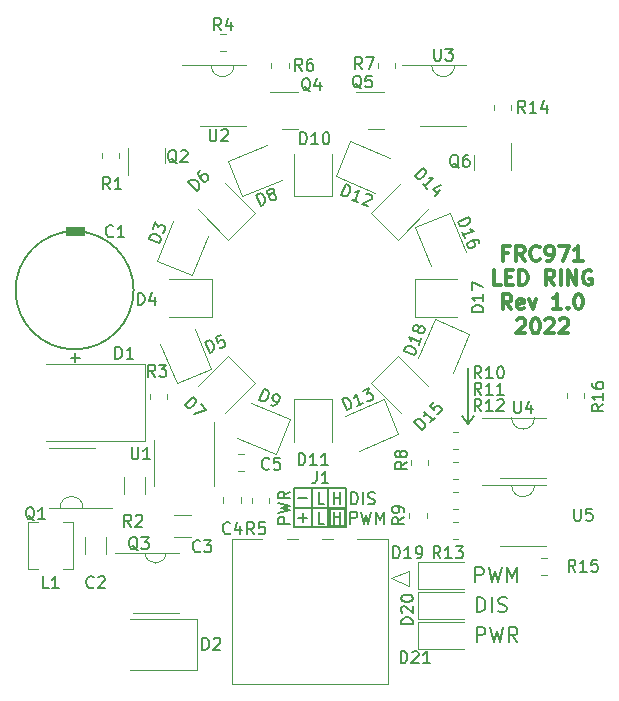
<source format=gbr>
%TF.GenerationSoftware,KiCad,Pcbnew,6.0.1-79c1e3a40b~116~ubuntu20.04.1*%
%TF.CreationDate,2022-01-23T15:23:12-08:00*%
%TF.ProjectId,led-ring-driver,6c65642d-7269-46e6-972d-647269766572,rev?*%
%TF.SameCoordinates,Original*%
%TF.FileFunction,Legend,Top*%
%TF.FilePolarity,Positive*%
%FSLAX46Y46*%
G04 Gerber Fmt 4.6, Leading zero omitted, Abs format (unit mm)*
G04 Created by KiCad (PCBNEW 6.0.1-79c1e3a40b~116~ubuntu20.04.1) date 2022-01-23 15:23:12*
%MOMM*%
%LPD*%
G01*
G04 APERTURE LIST*
%ADD10C,0.150000*%
%ADD11C,0.300000*%
%ADD12C,0.120000*%
%ADD13C,0.127000*%
G04 APERTURE END LIST*
D10*
X151638000Y-105029000D02*
X151638000Y-108331000D01*
X153035000Y-105029000D02*
X153035000Y-108331000D01*
X164846000Y-99568000D02*
X164338000Y-98933000D01*
X153162000Y-106807000D02*
X154432000Y-106807000D01*
X154432000Y-106807000D02*
X154432000Y-108204000D01*
X154432000Y-108204000D02*
X153162000Y-108204000D01*
X153162000Y-108204000D02*
X153162000Y-106807000D01*
X164846000Y-99568000D02*
X165354000Y-98933000D01*
X164846000Y-94869000D02*
X164846000Y-99568000D01*
X150114000Y-106680000D02*
X154559000Y-106680000D01*
X150114000Y-105029000D02*
X154559000Y-105029000D01*
X154559000Y-105029000D02*
X154559000Y-108331000D01*
X154559000Y-108331000D02*
X150114000Y-108331000D01*
X150114000Y-108331000D02*
X150114000Y-105029000D01*
D11*
X168293142Y-85107235D02*
X167869809Y-85107235D01*
X167869809Y-85772473D02*
X167869809Y-84502473D01*
X168474571Y-84502473D01*
X169684095Y-85772473D02*
X169260761Y-85167711D01*
X168958380Y-85772473D02*
X168958380Y-84502473D01*
X169442190Y-84502473D01*
X169563142Y-84562950D01*
X169623619Y-84623426D01*
X169684095Y-84744378D01*
X169684095Y-84925807D01*
X169623619Y-85046759D01*
X169563142Y-85107235D01*
X169442190Y-85167711D01*
X168958380Y-85167711D01*
X170954095Y-85651521D02*
X170893619Y-85711997D01*
X170712190Y-85772473D01*
X170591238Y-85772473D01*
X170409809Y-85711997D01*
X170288857Y-85591045D01*
X170228380Y-85470092D01*
X170167904Y-85228188D01*
X170167904Y-85046759D01*
X170228380Y-84804854D01*
X170288857Y-84683902D01*
X170409809Y-84562950D01*
X170591238Y-84502473D01*
X170712190Y-84502473D01*
X170893619Y-84562950D01*
X170954095Y-84623426D01*
X171558857Y-85772473D02*
X171800761Y-85772473D01*
X171921714Y-85711997D01*
X171982190Y-85651521D01*
X172103142Y-85470092D01*
X172163619Y-85228188D01*
X172163619Y-84744378D01*
X172103142Y-84623426D01*
X172042666Y-84562950D01*
X171921714Y-84502473D01*
X171679809Y-84502473D01*
X171558857Y-84562950D01*
X171498380Y-84623426D01*
X171437904Y-84744378D01*
X171437904Y-85046759D01*
X171498380Y-85167711D01*
X171558857Y-85228188D01*
X171679809Y-85288664D01*
X171921714Y-85288664D01*
X172042666Y-85228188D01*
X172103142Y-85167711D01*
X172163619Y-85046759D01*
X172586952Y-84502473D02*
X173433619Y-84502473D01*
X172889333Y-85772473D01*
X174582666Y-85772473D02*
X173856952Y-85772473D01*
X174219809Y-85772473D02*
X174219809Y-84502473D01*
X174098857Y-84683902D01*
X173977904Y-84804854D01*
X173856952Y-84865330D01*
X167658142Y-87817173D02*
X167053380Y-87817173D01*
X167053380Y-86547173D01*
X168081476Y-87151935D02*
X168504809Y-87151935D01*
X168686238Y-87817173D02*
X168081476Y-87817173D01*
X168081476Y-86547173D01*
X168686238Y-86547173D01*
X169230523Y-87817173D02*
X169230523Y-86547173D01*
X169532904Y-86547173D01*
X169714333Y-86607650D01*
X169835285Y-86728602D01*
X169895761Y-86849554D01*
X169956238Y-87091459D01*
X169956238Y-87272888D01*
X169895761Y-87514792D01*
X169835285Y-87635745D01*
X169714333Y-87756697D01*
X169532904Y-87817173D01*
X169230523Y-87817173D01*
X172193857Y-87817173D02*
X171770523Y-87212411D01*
X171468142Y-87817173D02*
X171468142Y-86547173D01*
X171951952Y-86547173D01*
X172072904Y-86607650D01*
X172133380Y-86668126D01*
X172193857Y-86789078D01*
X172193857Y-86970507D01*
X172133380Y-87091459D01*
X172072904Y-87151935D01*
X171951952Y-87212411D01*
X171468142Y-87212411D01*
X172738142Y-87817173D02*
X172738142Y-86547173D01*
X173342904Y-87817173D02*
X173342904Y-86547173D01*
X174068619Y-87817173D01*
X174068619Y-86547173D01*
X175338619Y-86607650D02*
X175217666Y-86547173D01*
X175036238Y-86547173D01*
X174854809Y-86607650D01*
X174733857Y-86728602D01*
X174673380Y-86849554D01*
X174612904Y-87091459D01*
X174612904Y-87272888D01*
X174673380Y-87514792D01*
X174733857Y-87635745D01*
X174854809Y-87756697D01*
X175036238Y-87817173D01*
X175157190Y-87817173D01*
X175338619Y-87756697D01*
X175399095Y-87696221D01*
X175399095Y-87272888D01*
X175157190Y-87272888D01*
X168565285Y-89861873D02*
X168141952Y-89257111D01*
X167839571Y-89861873D02*
X167839571Y-88591873D01*
X168323380Y-88591873D01*
X168444333Y-88652350D01*
X168504809Y-88712826D01*
X168565285Y-88833778D01*
X168565285Y-89015207D01*
X168504809Y-89136159D01*
X168444333Y-89196635D01*
X168323380Y-89257111D01*
X167839571Y-89257111D01*
X169593380Y-89801397D02*
X169472428Y-89861873D01*
X169230523Y-89861873D01*
X169109571Y-89801397D01*
X169049095Y-89680445D01*
X169049095Y-89196635D01*
X169109571Y-89075683D01*
X169230523Y-89015207D01*
X169472428Y-89015207D01*
X169593380Y-89075683D01*
X169653857Y-89196635D01*
X169653857Y-89317588D01*
X169049095Y-89438540D01*
X170077190Y-89015207D02*
X170379571Y-89861873D01*
X170681952Y-89015207D01*
X172798619Y-89861873D02*
X172072904Y-89861873D01*
X172435761Y-89861873D02*
X172435761Y-88591873D01*
X172314809Y-88773302D01*
X172193857Y-88894254D01*
X172072904Y-88954730D01*
X173342904Y-89740921D02*
X173403380Y-89801397D01*
X173342904Y-89861873D01*
X173282428Y-89801397D01*
X173342904Y-89740921D01*
X173342904Y-89861873D01*
X174189571Y-88591873D02*
X174310523Y-88591873D01*
X174431476Y-88652350D01*
X174491952Y-88712826D01*
X174552428Y-88833778D01*
X174612904Y-89075683D01*
X174612904Y-89378064D01*
X174552428Y-89619969D01*
X174491952Y-89740921D01*
X174431476Y-89801397D01*
X174310523Y-89861873D01*
X174189571Y-89861873D01*
X174068619Y-89801397D01*
X174008142Y-89740921D01*
X173947666Y-89619969D01*
X173887190Y-89378064D01*
X173887190Y-89075683D01*
X173947666Y-88833778D01*
X174008142Y-88712826D01*
X174068619Y-88652350D01*
X174189571Y-88591873D01*
X169018857Y-90757526D02*
X169079333Y-90697050D01*
X169200285Y-90636573D01*
X169502666Y-90636573D01*
X169623619Y-90697050D01*
X169684095Y-90757526D01*
X169744571Y-90878478D01*
X169744571Y-90999430D01*
X169684095Y-91180859D01*
X168958380Y-91906573D01*
X169744571Y-91906573D01*
X170530761Y-90636573D02*
X170651714Y-90636573D01*
X170772666Y-90697050D01*
X170833142Y-90757526D01*
X170893619Y-90878478D01*
X170954095Y-91120383D01*
X170954095Y-91422764D01*
X170893619Y-91664669D01*
X170833142Y-91785621D01*
X170772666Y-91846097D01*
X170651714Y-91906573D01*
X170530761Y-91906573D01*
X170409809Y-91846097D01*
X170349333Y-91785621D01*
X170288857Y-91664669D01*
X170228380Y-91422764D01*
X170228380Y-91120383D01*
X170288857Y-90878478D01*
X170349333Y-90757526D01*
X170409809Y-90697050D01*
X170530761Y-90636573D01*
X171437904Y-90757526D02*
X171498380Y-90697050D01*
X171619333Y-90636573D01*
X171921714Y-90636573D01*
X172042666Y-90697050D01*
X172103142Y-90757526D01*
X172163619Y-90878478D01*
X172163619Y-90999430D01*
X172103142Y-91180859D01*
X171377428Y-91906573D01*
X172163619Y-91906573D01*
X172647428Y-90757526D02*
X172707904Y-90697050D01*
X172828857Y-90636573D01*
X173131238Y-90636573D01*
X173252190Y-90697050D01*
X173312666Y-90757526D01*
X173373142Y-90878478D01*
X173373142Y-90999430D01*
X173312666Y-91180859D01*
X172586952Y-91906573D01*
X173373142Y-91906573D01*
D10*
X153511285Y-108021380D02*
X153511285Y-107021380D01*
X153511285Y-107497571D02*
X154082714Y-107497571D01*
X154082714Y-108021380D02*
X154082714Y-107021380D01*
X154979809Y-106370380D02*
X154979809Y-105370380D01*
X155217904Y-105370380D01*
X155360761Y-105418000D01*
X155456000Y-105513238D01*
X155503619Y-105608476D01*
X155551238Y-105798952D01*
X155551238Y-105941809D01*
X155503619Y-106132285D01*
X155456000Y-106227523D01*
X155360761Y-106322761D01*
X155217904Y-106370380D01*
X154979809Y-106370380D01*
X155979809Y-106370380D02*
X155979809Y-105370380D01*
X156408380Y-106322761D02*
X156551238Y-106370380D01*
X156789333Y-106370380D01*
X156884571Y-106322761D01*
X156932190Y-106275142D01*
X156979809Y-106179904D01*
X156979809Y-106084666D01*
X156932190Y-105989428D01*
X156884571Y-105941809D01*
X156789333Y-105894190D01*
X156598857Y-105846571D01*
X156503619Y-105798952D01*
X156456000Y-105751333D01*
X156408380Y-105656095D01*
X156408380Y-105560857D01*
X156456000Y-105465619D01*
X156503619Y-105418000D01*
X156598857Y-105370380D01*
X156836952Y-105370380D01*
X156979809Y-105418000D01*
X154932238Y-108021380D02*
X154932238Y-107021380D01*
X155313190Y-107021380D01*
X155408428Y-107069000D01*
X155456047Y-107116619D01*
X155503666Y-107211857D01*
X155503666Y-107354714D01*
X155456047Y-107449952D01*
X155408428Y-107497571D01*
X155313190Y-107545190D01*
X154932238Y-107545190D01*
X155837000Y-107021380D02*
X156075095Y-108021380D01*
X156265571Y-107307095D01*
X156456047Y-108021380D01*
X156694142Y-107021380D01*
X157075095Y-108021380D02*
X157075095Y-107021380D01*
X157408428Y-107735666D01*
X157741761Y-107021380D01*
X157741761Y-108021380D01*
X150495047Y-107513428D02*
X151256952Y-107513428D01*
X150876000Y-107894380D02*
X150876000Y-107132476D01*
X152709523Y-106370380D02*
X152233333Y-106370380D01*
X152233333Y-105370380D01*
X150495047Y-105862428D02*
X151256952Y-105862428D01*
X152709523Y-108021380D02*
X152233333Y-108021380D01*
X152233333Y-107021380D01*
X153511285Y-106370380D02*
X153511285Y-105370380D01*
X153511285Y-105846571D02*
X154082714Y-105846571D01*
X154082714Y-106370380D02*
X154082714Y-105370380D01*
X149804380Y-108013333D02*
X148804380Y-108013333D01*
X148804380Y-107632380D01*
X148852000Y-107537142D01*
X148899619Y-107489523D01*
X148994857Y-107441904D01*
X149137714Y-107441904D01*
X149232952Y-107489523D01*
X149280571Y-107537142D01*
X149328190Y-107632380D01*
X149328190Y-108013333D01*
X148804380Y-107108571D02*
X149804380Y-106870476D01*
X149090095Y-106680000D01*
X149804380Y-106489523D01*
X148804380Y-106251428D01*
X149804380Y-105299047D02*
X149328190Y-105632380D01*
X149804380Y-105870476D02*
X148804380Y-105870476D01*
X148804380Y-105489523D01*
X148852000Y-105394285D01*
X148899619Y-105346666D01*
X148994857Y-105299047D01*
X149137714Y-105299047D01*
X149232952Y-105346666D01*
X149280571Y-105394285D01*
X149328190Y-105489523D01*
X149328190Y-105870476D01*
%TO.C,R13*%
X162552142Y-110942380D02*
X162218809Y-110466190D01*
X161980714Y-110942380D02*
X161980714Y-109942380D01*
X162361666Y-109942380D01*
X162456904Y-109990000D01*
X162504523Y-110037619D01*
X162552142Y-110132857D01*
X162552142Y-110275714D01*
X162504523Y-110370952D01*
X162456904Y-110418571D01*
X162361666Y-110466190D01*
X161980714Y-110466190D01*
X163504523Y-110942380D02*
X162933095Y-110942380D01*
X163218809Y-110942380D02*
X163218809Y-109942380D01*
X163123571Y-110085238D01*
X163028333Y-110180476D01*
X162933095Y-110228095D01*
X163837857Y-109942380D02*
X164456904Y-109942380D01*
X164123571Y-110323333D01*
X164266428Y-110323333D01*
X164361666Y-110370952D01*
X164409285Y-110418571D01*
X164456904Y-110513809D01*
X164456904Y-110751904D01*
X164409285Y-110847142D01*
X164361666Y-110894761D01*
X164266428Y-110942380D01*
X163980714Y-110942380D01*
X163885476Y-110894761D01*
X163837857Y-110847142D01*
%TO.C,D16*%
X164021685Y-82460825D02*
X164945565Y-82078142D01*
X165036680Y-82298113D01*
X165047354Y-82448319D01*
X164995812Y-82572754D01*
X164926046Y-82653194D01*
X164768292Y-82770080D01*
X164636310Y-82824749D01*
X164442110Y-82853647D01*
X164335898Y-82846099D01*
X164211463Y-82794557D01*
X164112800Y-82680797D01*
X164021685Y-82460825D01*
X164604822Y-83868642D02*
X164386145Y-83340711D01*
X164495484Y-83604676D02*
X165419363Y-83221993D01*
X165250934Y-83188673D01*
X165126500Y-83137131D01*
X165046059Y-83067365D01*
X165856716Y-84277855D02*
X165783823Y-84101878D01*
X165703383Y-84032113D01*
X165641166Y-84006341D01*
X165472737Y-83973022D01*
X165278537Y-84001920D01*
X164926583Y-84147704D01*
X164856817Y-84228144D01*
X164831046Y-84290362D01*
X164823498Y-84396573D01*
X164896390Y-84572550D01*
X164976830Y-84642316D01*
X165039048Y-84668087D01*
X165145259Y-84675635D01*
X165365230Y-84584520D01*
X165434996Y-84504080D01*
X165460767Y-84441862D01*
X165468315Y-84335651D01*
X165395423Y-84159674D01*
X165314983Y-84089908D01*
X165252766Y-84064137D01*
X165146554Y-84056589D01*
%TO.C,D14*%
X160365488Y-78582251D02*
X161072595Y-77875145D01*
X161240954Y-78043503D01*
X161308297Y-78178190D01*
X161308297Y-78312877D01*
X161274625Y-78413893D01*
X161173610Y-78582251D01*
X161072595Y-78683267D01*
X160904236Y-78784282D01*
X160803221Y-78817954D01*
X160668534Y-78817954D01*
X160533847Y-78750610D01*
X160365488Y-78582251D01*
X161442984Y-79659748D02*
X161038923Y-79255687D01*
X161240954Y-79457717D02*
X161948061Y-78750610D01*
X161779702Y-78784282D01*
X161645015Y-78784282D01*
X161544000Y-78750610D01*
X162520480Y-79794435D02*
X162049076Y-80265839D01*
X162621496Y-79356702D02*
X161948061Y-79693419D01*
X162385793Y-80131152D01*
%TO.C,D18*%
X160354258Y-93750972D02*
X159430378Y-93368288D01*
X159521494Y-93148317D01*
X159620157Y-93034557D01*
X159744591Y-92983015D01*
X159850803Y-92975467D01*
X160045003Y-93004365D01*
X160176986Y-93059034D01*
X160334740Y-93175920D01*
X160404505Y-93256360D01*
X160456048Y-93380795D01*
X160445373Y-93531001D01*
X160354258Y-93750972D01*
X160937395Y-92343155D02*
X160718718Y-92871087D01*
X160828057Y-92607121D02*
X159904177Y-92224438D01*
X159999714Y-92367095D01*
X160051256Y-92491530D01*
X160058804Y-92597741D01*
X160628140Y-91596548D02*
X160547699Y-91666314D01*
X160485482Y-91692085D01*
X160379271Y-91699633D01*
X160335276Y-91681410D01*
X160265511Y-91600970D01*
X160239740Y-91538752D01*
X160232191Y-91432541D01*
X160305083Y-91256564D01*
X160385524Y-91186798D01*
X160447741Y-91161027D01*
X160553953Y-91153479D01*
X160597947Y-91171702D01*
X160667712Y-91252142D01*
X160693484Y-91314359D01*
X160701032Y-91420571D01*
X160628140Y-91596548D01*
X160635688Y-91702760D01*
X160661459Y-91764977D01*
X160731225Y-91845417D01*
X160907202Y-91918309D01*
X161013413Y-91910761D01*
X161075631Y-91884990D01*
X161156071Y-91815224D01*
X161228963Y-91639247D01*
X161221415Y-91533036D01*
X161195644Y-91470818D01*
X161125878Y-91390378D01*
X160949901Y-91317486D01*
X160843689Y-91325034D01*
X160781472Y-91350806D01*
X160701032Y-91420571D01*
%TO.C,D11*%
X150550714Y-103068380D02*
X150550714Y-102068380D01*
X150788809Y-102068380D01*
X150931666Y-102116000D01*
X151026904Y-102211238D01*
X151074523Y-102306476D01*
X151122142Y-102496952D01*
X151122142Y-102639809D01*
X151074523Y-102830285D01*
X151026904Y-102925523D01*
X150931666Y-103020761D01*
X150788809Y-103068380D01*
X150550714Y-103068380D01*
X152074523Y-103068380D02*
X151503095Y-103068380D01*
X151788809Y-103068380D02*
X151788809Y-102068380D01*
X151693571Y-102211238D01*
X151598333Y-102306476D01*
X151503095Y-102354095D01*
X153026904Y-103068380D02*
X152455476Y-103068380D01*
X152741190Y-103068380D02*
X152741190Y-102068380D01*
X152645952Y-102211238D01*
X152550714Y-102306476D01*
X152455476Y-102354095D01*
%TO.C,R10*%
X166007023Y-95702380D02*
X165673690Y-95226190D01*
X165435595Y-95702380D02*
X165435595Y-94702380D01*
X165816547Y-94702380D01*
X165911785Y-94750000D01*
X165959404Y-94797619D01*
X166007023Y-94892857D01*
X166007023Y-95035714D01*
X165959404Y-95130952D01*
X165911785Y-95178571D01*
X165816547Y-95226190D01*
X165435595Y-95226190D01*
X166959404Y-95702380D02*
X166387976Y-95702380D01*
X166673690Y-95702380D02*
X166673690Y-94702380D01*
X166578452Y-94845238D01*
X166483214Y-94940476D01*
X166387976Y-94988095D01*
X167578452Y-94702380D02*
X167673690Y-94702380D01*
X167768928Y-94750000D01*
X167816547Y-94797619D01*
X167864166Y-94892857D01*
X167911785Y-95083333D01*
X167911785Y-95321428D01*
X167864166Y-95511904D01*
X167816547Y-95607142D01*
X167768928Y-95654761D01*
X167673690Y-95702380D01*
X167578452Y-95702380D01*
X167483214Y-95654761D01*
X167435595Y-95607142D01*
X167387976Y-95511904D01*
X167340357Y-95321428D01*
X167340357Y-95083333D01*
X167387976Y-94892857D01*
X167435595Y-94797619D01*
X167483214Y-94750000D01*
X167578452Y-94702380D01*
%TO.C,C3*%
X142200333Y-110339142D02*
X142152714Y-110386761D01*
X142009857Y-110434380D01*
X141914619Y-110434380D01*
X141771761Y-110386761D01*
X141676523Y-110291523D01*
X141628904Y-110196285D01*
X141581285Y-110005809D01*
X141581285Y-109862952D01*
X141628904Y-109672476D01*
X141676523Y-109577238D01*
X141771761Y-109482000D01*
X141914619Y-109434380D01*
X142009857Y-109434380D01*
X142152714Y-109482000D01*
X142200333Y-109529619D01*
X142533666Y-109434380D02*
X143152714Y-109434380D01*
X142819380Y-109815333D01*
X142962238Y-109815333D01*
X143057476Y-109862952D01*
X143105095Y-109910571D01*
X143152714Y-110005809D01*
X143152714Y-110243904D01*
X143105095Y-110339142D01*
X143057476Y-110386761D01*
X142962238Y-110434380D01*
X142676523Y-110434380D01*
X142581285Y-110386761D01*
X142533666Y-110339142D01*
%TO.C,D20*%
X160218380Y-116530285D02*
X159218380Y-116530285D01*
X159218380Y-116292190D01*
X159266000Y-116149333D01*
X159361238Y-116054095D01*
X159456476Y-116006476D01*
X159646952Y-115958857D01*
X159789809Y-115958857D01*
X159980285Y-116006476D01*
X160075523Y-116054095D01*
X160170761Y-116149333D01*
X160218380Y-116292190D01*
X160218380Y-116530285D01*
X159313619Y-115577904D02*
X159266000Y-115530285D01*
X159218380Y-115435047D01*
X159218380Y-115196952D01*
X159266000Y-115101714D01*
X159313619Y-115054095D01*
X159408857Y-115006476D01*
X159504095Y-115006476D01*
X159646952Y-115054095D01*
X160218380Y-115625523D01*
X160218380Y-115006476D01*
X159218380Y-114387428D02*
X159218380Y-114292190D01*
X159266000Y-114196952D01*
X159313619Y-114149333D01*
X159408857Y-114101714D01*
X159599333Y-114054095D01*
X159837428Y-114054095D01*
X160027904Y-114101714D01*
X160123142Y-114149333D01*
X160170761Y-114196952D01*
X160218380Y-114292190D01*
X160218380Y-114387428D01*
X160170761Y-114482666D01*
X160123142Y-114530285D01*
X160027904Y-114577904D01*
X159837428Y-114625523D01*
X159599333Y-114625523D01*
X159408857Y-114577904D01*
X159313619Y-114530285D01*
X159266000Y-114482666D01*
X159218380Y-114387428D01*
X165626880Y-115509523D02*
X165626880Y-114239523D01*
X165929261Y-114239523D01*
X166110690Y-114300000D01*
X166231642Y-114420952D01*
X166292119Y-114541904D01*
X166352595Y-114783809D01*
X166352595Y-114965238D01*
X166292119Y-115207142D01*
X166231642Y-115328095D01*
X166110690Y-115449047D01*
X165929261Y-115509523D01*
X165626880Y-115509523D01*
X166896880Y-115509523D02*
X166896880Y-114239523D01*
X167441166Y-115449047D02*
X167622595Y-115509523D01*
X167924976Y-115509523D01*
X168045928Y-115449047D01*
X168106404Y-115388571D01*
X168166880Y-115267619D01*
X168166880Y-115146666D01*
X168106404Y-115025714D01*
X168045928Y-114965238D01*
X167924976Y-114904761D01*
X167683071Y-114844285D01*
X167562119Y-114783809D01*
X167501642Y-114723333D01*
X167441166Y-114602380D01*
X167441166Y-114481428D01*
X167501642Y-114360476D01*
X167562119Y-114300000D01*
X167683071Y-114239523D01*
X167985452Y-114239523D01*
X168166880Y-114300000D01*
%TO.C,U3*%
X162023595Y-67807380D02*
X162023595Y-68616904D01*
X162071214Y-68712142D01*
X162118833Y-68759761D01*
X162214071Y-68807380D01*
X162404547Y-68807380D01*
X162499785Y-68759761D01*
X162547404Y-68712142D01*
X162595023Y-68616904D01*
X162595023Y-67807380D01*
X162975976Y-67807380D02*
X163595023Y-67807380D01*
X163261690Y-68188333D01*
X163404547Y-68188333D01*
X163499785Y-68235952D01*
X163547404Y-68283571D01*
X163595023Y-68378809D01*
X163595023Y-68616904D01*
X163547404Y-68712142D01*
X163499785Y-68759761D01*
X163404547Y-68807380D01*
X163118833Y-68807380D01*
X163023595Y-68759761D01*
X162975976Y-68712142D01*
%TO.C,C2*%
X133183333Y-113387142D02*
X133135714Y-113434761D01*
X132992857Y-113482380D01*
X132897619Y-113482380D01*
X132754761Y-113434761D01*
X132659523Y-113339523D01*
X132611904Y-113244285D01*
X132564285Y-113053809D01*
X132564285Y-112910952D01*
X132611904Y-112720476D01*
X132659523Y-112625238D01*
X132754761Y-112530000D01*
X132897619Y-112482380D01*
X132992857Y-112482380D01*
X133135714Y-112530000D01*
X133183333Y-112577619D01*
X133564285Y-112577619D02*
X133611904Y-112530000D01*
X133707142Y-112482380D01*
X133945238Y-112482380D01*
X134040476Y-112530000D01*
X134088095Y-112577619D01*
X134135714Y-112672857D01*
X134135714Y-112768095D01*
X134088095Y-112910952D01*
X133516666Y-113482380D01*
X134135714Y-113482380D01*
%TO.C,D7*%
X140890206Y-97968969D02*
X141597312Y-97261862D01*
X141765671Y-97430221D01*
X141833015Y-97564908D01*
X141833015Y-97699595D01*
X141799343Y-97800610D01*
X141698328Y-97968969D01*
X141597312Y-98069984D01*
X141428954Y-98171000D01*
X141327938Y-98204671D01*
X141193251Y-98204671D01*
X141058564Y-98137328D01*
X140890206Y-97968969D01*
X142237076Y-97901625D02*
X142708480Y-98373030D01*
X141698328Y-98777091D01*
%TO.C,J1*%
X152066666Y-103592380D02*
X152066666Y-104306666D01*
X152019047Y-104449523D01*
X151923809Y-104544761D01*
X151780952Y-104592380D01*
X151685714Y-104592380D01*
X153066666Y-104592380D02*
X152495238Y-104592380D01*
X152780952Y-104592380D02*
X152780952Y-103592380D01*
X152685714Y-103735238D01*
X152590476Y-103830476D01*
X152495238Y-103878095D01*
%TO.C,R9*%
X159457380Y-107481666D02*
X158981190Y-107815000D01*
X159457380Y-108053095D02*
X158457380Y-108053095D01*
X158457380Y-107672142D01*
X158505000Y-107576904D01*
X158552619Y-107529285D01*
X158647857Y-107481666D01*
X158790714Y-107481666D01*
X158885952Y-107529285D01*
X158933571Y-107576904D01*
X158981190Y-107672142D01*
X158981190Y-108053095D01*
X159457380Y-107005476D02*
X159457380Y-106815000D01*
X159409761Y-106719761D01*
X159362142Y-106672142D01*
X159219285Y-106576904D01*
X159028809Y-106529285D01*
X158647857Y-106529285D01*
X158552619Y-106576904D01*
X158505000Y-106624523D01*
X158457380Y-106719761D01*
X158457380Y-106910238D01*
X158505000Y-107005476D01*
X158552619Y-107053095D01*
X158647857Y-107100714D01*
X158885952Y-107100714D01*
X158981190Y-107053095D01*
X159028809Y-107005476D01*
X159076428Y-106910238D01*
X159076428Y-106719761D01*
X159028809Y-106624523D01*
X158981190Y-106576904D01*
X158885952Y-106529285D01*
%TO.C,D6*%
X141910969Y-79835793D02*
X141203862Y-79128687D01*
X141372221Y-78960328D01*
X141506908Y-78892984D01*
X141641595Y-78892984D01*
X141742610Y-78926656D01*
X141910969Y-79027671D01*
X142011984Y-79128687D01*
X142113000Y-79297045D01*
X142146671Y-79398061D01*
X142146671Y-79532748D01*
X142079328Y-79667435D01*
X141910969Y-79835793D01*
X142214015Y-78118534D02*
X142079328Y-78253221D01*
X142045656Y-78354236D01*
X142045656Y-78421580D01*
X142079328Y-78589938D01*
X142180343Y-78758297D01*
X142449717Y-79027671D01*
X142550732Y-79061343D01*
X142618076Y-79061343D01*
X142719091Y-79027671D01*
X142853778Y-78892984D01*
X142887450Y-78791969D01*
X142887450Y-78724625D01*
X142853778Y-78623610D01*
X142685419Y-78455251D01*
X142584404Y-78421580D01*
X142517061Y-78421580D01*
X142416045Y-78455251D01*
X142281358Y-78589938D01*
X142247687Y-78690954D01*
X142247687Y-78758297D01*
X142281358Y-78859312D01*
%TO.C,R5*%
X146772333Y-108910380D02*
X146439000Y-108434190D01*
X146200904Y-108910380D02*
X146200904Y-107910380D01*
X146581857Y-107910380D01*
X146677095Y-107958000D01*
X146724714Y-108005619D01*
X146772333Y-108100857D01*
X146772333Y-108243714D01*
X146724714Y-108338952D01*
X146677095Y-108386571D01*
X146581857Y-108434190D01*
X146200904Y-108434190D01*
X147677095Y-107910380D02*
X147200904Y-107910380D01*
X147153285Y-108386571D01*
X147200904Y-108338952D01*
X147296142Y-108291333D01*
X147534238Y-108291333D01*
X147629476Y-108338952D01*
X147677095Y-108386571D01*
X147724714Y-108481809D01*
X147724714Y-108719904D01*
X147677095Y-108815142D01*
X147629476Y-108862761D01*
X147534238Y-108910380D01*
X147296142Y-108910380D01*
X147200904Y-108862761D01*
X147153285Y-108815142D01*
%TO.C,D12*%
X154153027Y-80217258D02*
X154535711Y-79293378D01*
X154755682Y-79384494D01*
X154869442Y-79483157D01*
X154920984Y-79607591D01*
X154928532Y-79713803D01*
X154899634Y-79908003D01*
X154844965Y-80039986D01*
X154728079Y-80197740D01*
X154647639Y-80267505D01*
X154523204Y-80319048D01*
X154372998Y-80308373D01*
X154153027Y-80217258D01*
X155560844Y-80800395D02*
X155032912Y-80581718D01*
X155296878Y-80691057D02*
X155679561Y-79767177D01*
X155536904Y-79862714D01*
X155412469Y-79914256D01*
X155306258Y-79921804D01*
X156259035Y-80110288D02*
X156321252Y-80084517D01*
X156427464Y-80076968D01*
X156647435Y-80168083D01*
X156717201Y-80248524D01*
X156742972Y-80310741D01*
X156750520Y-80416953D01*
X156714074Y-80504941D01*
X156615411Y-80618701D01*
X155868803Y-80927956D01*
X156440729Y-81164855D01*
%TO.C,R6*%
X150836333Y-69667380D02*
X150503000Y-69191190D01*
X150264904Y-69667380D02*
X150264904Y-68667380D01*
X150645857Y-68667380D01*
X150741095Y-68715000D01*
X150788714Y-68762619D01*
X150836333Y-68857857D01*
X150836333Y-69000714D01*
X150788714Y-69095952D01*
X150741095Y-69143571D01*
X150645857Y-69191190D01*
X150264904Y-69191190D01*
X151693476Y-68667380D02*
X151503000Y-68667380D01*
X151407761Y-68715000D01*
X151360142Y-68762619D01*
X151264904Y-68905476D01*
X151217285Y-69095952D01*
X151217285Y-69476904D01*
X151264904Y-69572142D01*
X151312523Y-69619761D01*
X151407761Y-69667380D01*
X151598238Y-69667380D01*
X151693476Y-69619761D01*
X151741095Y-69572142D01*
X151788714Y-69476904D01*
X151788714Y-69238809D01*
X151741095Y-69143571D01*
X151693476Y-69095952D01*
X151598238Y-69048333D01*
X151407761Y-69048333D01*
X151312523Y-69095952D01*
X151264904Y-69143571D01*
X151217285Y-69238809D01*
%TO.C,R1*%
X134580333Y-79700380D02*
X134247000Y-79224190D01*
X134008904Y-79700380D02*
X134008904Y-78700380D01*
X134389857Y-78700380D01*
X134485095Y-78748000D01*
X134532714Y-78795619D01*
X134580333Y-78890857D01*
X134580333Y-79033714D01*
X134532714Y-79128952D01*
X134485095Y-79176571D01*
X134389857Y-79224190D01*
X134008904Y-79224190D01*
X135532714Y-79700380D02*
X134961285Y-79700380D01*
X135247000Y-79700380D02*
X135247000Y-78700380D01*
X135151761Y-78843238D01*
X135056523Y-78938476D01*
X134961285Y-78986095D01*
%TO.C,D13*%
X154626264Y-98418632D02*
X154243581Y-97494752D01*
X154463552Y-97403637D01*
X154613758Y-97392963D01*
X154738193Y-97444505D01*
X154818633Y-97514271D01*
X154935519Y-97672025D01*
X154990188Y-97804007D01*
X155019086Y-97998207D01*
X155011538Y-98104419D01*
X154959996Y-98228854D01*
X154846236Y-98327517D01*
X154626264Y-98418632D01*
X156034081Y-97835495D02*
X155506150Y-98054172D01*
X155770115Y-97944833D02*
X155387432Y-97020954D01*
X155354112Y-97189383D01*
X155302570Y-97313817D01*
X155232804Y-97394258D01*
X155959357Y-96784055D02*
X156531283Y-96547155D01*
X156369107Y-97026671D01*
X156501090Y-96972002D01*
X156607301Y-96979550D01*
X156669519Y-97005321D01*
X156749959Y-97075087D01*
X156841074Y-97295058D01*
X156833526Y-97401269D01*
X156807755Y-97463487D01*
X156737989Y-97543927D01*
X156474024Y-97653265D01*
X156367812Y-97645717D01*
X156305595Y-97619946D01*
%TO.C,D9*%
X147226970Y-97544488D02*
X147609653Y-96620609D01*
X147829624Y-96711724D01*
X147943384Y-96810387D01*
X147994927Y-96934822D01*
X148002475Y-97041033D01*
X147973577Y-97235233D01*
X147918908Y-97367216D01*
X147802022Y-97524970D01*
X147721581Y-97594736D01*
X147597147Y-97646278D01*
X147446941Y-97635603D01*
X147226970Y-97544488D01*
X148194844Y-97945395D02*
X148370821Y-98018287D01*
X148477032Y-98010738D01*
X148539249Y-97984967D01*
X148681907Y-97889431D01*
X148798793Y-97731676D01*
X148944578Y-97379722D01*
X148937029Y-97273511D01*
X148911258Y-97211294D01*
X148841493Y-97130853D01*
X148665515Y-97057961D01*
X148559304Y-97065509D01*
X148497087Y-97091281D01*
X148416646Y-97161046D01*
X148325531Y-97381017D01*
X148333079Y-97487229D01*
X148358851Y-97549446D01*
X148428616Y-97629887D01*
X148604593Y-97702779D01*
X148710805Y-97695230D01*
X148773022Y-97669459D01*
X148853462Y-97599694D01*
%TO.C,U5*%
X173863095Y-106767380D02*
X173863095Y-107576904D01*
X173910714Y-107672142D01*
X173958333Y-107719761D01*
X174053571Y-107767380D01*
X174244047Y-107767380D01*
X174339285Y-107719761D01*
X174386904Y-107672142D01*
X174434523Y-107576904D01*
X174434523Y-106767380D01*
X175386904Y-106767380D02*
X174910714Y-106767380D01*
X174863095Y-107243571D01*
X174910714Y-107195952D01*
X175005952Y-107148333D01*
X175244047Y-107148333D01*
X175339285Y-107195952D01*
X175386904Y-107243571D01*
X175434523Y-107338809D01*
X175434523Y-107576904D01*
X175386904Y-107672142D01*
X175339285Y-107719761D01*
X175244047Y-107767380D01*
X175005952Y-107767380D01*
X174910714Y-107719761D01*
X174863095Y-107672142D01*
%TO.C,D5*%
X143001207Y-93537402D02*
X142618524Y-92613522D01*
X142838495Y-92522407D01*
X142988701Y-92511732D01*
X143113135Y-92563275D01*
X143193576Y-92633040D01*
X143310462Y-92790794D01*
X143365131Y-92922777D01*
X143394029Y-93116977D01*
X143386481Y-93223189D01*
X143334938Y-93347623D01*
X143221178Y-93446287D01*
X143001207Y-93537402D01*
X143982346Y-92048609D02*
X143542403Y-92230839D01*
X143680639Y-92689005D01*
X143706410Y-92626787D01*
X143776176Y-92546347D01*
X143996147Y-92455232D01*
X144102359Y-92462780D01*
X144164576Y-92488551D01*
X144245016Y-92558317D01*
X144336131Y-92778288D01*
X144328583Y-92884500D01*
X144302812Y-92946717D01*
X144233046Y-93027157D01*
X144013075Y-93118272D01*
X143906864Y-93110724D01*
X143844646Y-93084953D01*
%TO.C,D21*%
X159186714Y-119832380D02*
X159186714Y-118832380D01*
X159424809Y-118832380D01*
X159567666Y-118880000D01*
X159662904Y-118975238D01*
X159710523Y-119070476D01*
X159758142Y-119260952D01*
X159758142Y-119403809D01*
X159710523Y-119594285D01*
X159662904Y-119689523D01*
X159567666Y-119784761D01*
X159424809Y-119832380D01*
X159186714Y-119832380D01*
X160139095Y-118927619D02*
X160186714Y-118880000D01*
X160281952Y-118832380D01*
X160520047Y-118832380D01*
X160615285Y-118880000D01*
X160662904Y-118927619D01*
X160710523Y-119022857D01*
X160710523Y-119118095D01*
X160662904Y-119260952D01*
X160091476Y-119832380D01*
X160710523Y-119832380D01*
X161662904Y-119832380D02*
X161091476Y-119832380D01*
X161377190Y-119832380D02*
X161377190Y-118832380D01*
X161281952Y-118975238D01*
X161186714Y-119070476D01*
X161091476Y-119118095D01*
X165626880Y-118049523D02*
X165626880Y-116779523D01*
X166110690Y-116779523D01*
X166231642Y-116840000D01*
X166292119Y-116900476D01*
X166352595Y-117021428D01*
X166352595Y-117202857D01*
X166292119Y-117323809D01*
X166231642Y-117384285D01*
X166110690Y-117444761D01*
X165626880Y-117444761D01*
X166775928Y-116779523D02*
X167078309Y-118049523D01*
X167320214Y-117142380D01*
X167562119Y-118049523D01*
X167864500Y-116779523D01*
X169074023Y-118049523D02*
X168650690Y-117444761D01*
X168348309Y-118049523D02*
X168348309Y-116779523D01*
X168832119Y-116779523D01*
X168953071Y-116840000D01*
X169013547Y-116900476D01*
X169074023Y-117021428D01*
X169074023Y-117202857D01*
X169013547Y-117323809D01*
X168953071Y-117384285D01*
X168832119Y-117444761D01*
X168348309Y-117444761D01*
%TO.C,R8*%
X159710380Y-102782666D02*
X159234190Y-103116000D01*
X159710380Y-103354095D02*
X158710380Y-103354095D01*
X158710380Y-102973142D01*
X158758000Y-102877904D01*
X158805619Y-102830285D01*
X158900857Y-102782666D01*
X159043714Y-102782666D01*
X159138952Y-102830285D01*
X159186571Y-102877904D01*
X159234190Y-102973142D01*
X159234190Y-103354095D01*
X159138952Y-102211238D02*
X159091333Y-102306476D01*
X159043714Y-102354095D01*
X158948476Y-102401714D01*
X158900857Y-102401714D01*
X158805619Y-102354095D01*
X158758000Y-102306476D01*
X158710380Y-102211238D01*
X158710380Y-102020761D01*
X158758000Y-101925523D01*
X158805619Y-101877904D01*
X158900857Y-101830285D01*
X158948476Y-101830285D01*
X159043714Y-101877904D01*
X159091333Y-101925523D01*
X159138952Y-102020761D01*
X159138952Y-102211238D01*
X159186571Y-102306476D01*
X159234190Y-102354095D01*
X159329428Y-102401714D01*
X159519904Y-102401714D01*
X159615142Y-102354095D01*
X159662761Y-102306476D01*
X159710380Y-102211238D01*
X159710380Y-102020761D01*
X159662761Y-101925523D01*
X159615142Y-101877904D01*
X159519904Y-101830285D01*
X159329428Y-101830285D01*
X159234190Y-101877904D01*
X159186571Y-101925523D01*
X159138952Y-102020761D01*
%TO.C,D19*%
X158551714Y-110942380D02*
X158551714Y-109942380D01*
X158789809Y-109942380D01*
X158932666Y-109990000D01*
X159027904Y-110085238D01*
X159075523Y-110180476D01*
X159123142Y-110370952D01*
X159123142Y-110513809D01*
X159075523Y-110704285D01*
X159027904Y-110799523D01*
X158932666Y-110894761D01*
X158789809Y-110942380D01*
X158551714Y-110942380D01*
X160075523Y-110942380D02*
X159504095Y-110942380D01*
X159789809Y-110942380D02*
X159789809Y-109942380D01*
X159694571Y-110085238D01*
X159599333Y-110180476D01*
X159504095Y-110228095D01*
X160551714Y-110942380D02*
X160742190Y-110942380D01*
X160837428Y-110894761D01*
X160885047Y-110847142D01*
X160980285Y-110704285D01*
X161027904Y-110513809D01*
X161027904Y-110132857D01*
X160980285Y-110037619D01*
X160932666Y-109990000D01*
X160837428Y-109942380D01*
X160646952Y-109942380D01*
X160551714Y-109990000D01*
X160504095Y-110037619D01*
X160456476Y-110132857D01*
X160456476Y-110370952D01*
X160504095Y-110466190D01*
X160551714Y-110513809D01*
X160646952Y-110561428D01*
X160837428Y-110561428D01*
X160932666Y-110513809D01*
X160980285Y-110466190D01*
X161027904Y-110370952D01*
X165499880Y-112969523D02*
X165499880Y-111699523D01*
X165983690Y-111699523D01*
X166104642Y-111760000D01*
X166165119Y-111820476D01*
X166225595Y-111941428D01*
X166225595Y-112122857D01*
X166165119Y-112243809D01*
X166104642Y-112304285D01*
X165983690Y-112364761D01*
X165499880Y-112364761D01*
X166648928Y-111699523D02*
X166951309Y-112969523D01*
X167193214Y-112062380D01*
X167435119Y-112969523D01*
X167737500Y-111699523D01*
X168221309Y-112969523D02*
X168221309Y-111699523D01*
X168644642Y-112606666D01*
X169067976Y-111699523D01*
X169067976Y-112969523D01*
%TO.C,Q3*%
X136937761Y-110275619D02*
X136842523Y-110228000D01*
X136747285Y-110132761D01*
X136604428Y-109989904D01*
X136509190Y-109942285D01*
X136413952Y-109942285D01*
X136461571Y-110180380D02*
X136366333Y-110132761D01*
X136271095Y-110037523D01*
X136223476Y-109847047D01*
X136223476Y-109513714D01*
X136271095Y-109323238D01*
X136366333Y-109228000D01*
X136461571Y-109180380D01*
X136652047Y-109180380D01*
X136747285Y-109228000D01*
X136842523Y-109323238D01*
X136890142Y-109513714D01*
X136890142Y-109847047D01*
X136842523Y-110037523D01*
X136747285Y-110132761D01*
X136652047Y-110180380D01*
X136461571Y-110180380D01*
X137223476Y-109180380D02*
X137842523Y-109180380D01*
X137509190Y-109561333D01*
X137652047Y-109561333D01*
X137747285Y-109608952D01*
X137794904Y-109656571D01*
X137842523Y-109751809D01*
X137842523Y-109989904D01*
X137794904Y-110085142D01*
X137747285Y-110132761D01*
X137652047Y-110180380D01*
X137366333Y-110180380D01*
X137271095Y-110132761D01*
X137223476Y-110085142D01*
%TO.C,R7*%
X155916333Y-69540380D02*
X155583000Y-69064190D01*
X155344904Y-69540380D02*
X155344904Y-68540380D01*
X155725857Y-68540380D01*
X155821095Y-68588000D01*
X155868714Y-68635619D01*
X155916333Y-68730857D01*
X155916333Y-68873714D01*
X155868714Y-68968952D01*
X155821095Y-69016571D01*
X155725857Y-69064190D01*
X155344904Y-69064190D01*
X156249666Y-68540380D02*
X156916333Y-68540380D01*
X156487761Y-69540380D01*
%TO.C,D10*%
X150677714Y-75890380D02*
X150677714Y-74890380D01*
X150915809Y-74890380D01*
X151058666Y-74938000D01*
X151153904Y-75033238D01*
X151201523Y-75128476D01*
X151249142Y-75318952D01*
X151249142Y-75461809D01*
X151201523Y-75652285D01*
X151153904Y-75747523D01*
X151058666Y-75842761D01*
X150915809Y-75890380D01*
X150677714Y-75890380D01*
X152201523Y-75890380D02*
X151630095Y-75890380D01*
X151915809Y-75890380D02*
X151915809Y-74890380D01*
X151820571Y-75033238D01*
X151725333Y-75128476D01*
X151630095Y-75176095D01*
X152820571Y-74890380D02*
X152915809Y-74890380D01*
X153011047Y-74938000D01*
X153058666Y-74985619D01*
X153106285Y-75080857D01*
X153153904Y-75271333D01*
X153153904Y-75509428D01*
X153106285Y-75699904D01*
X153058666Y-75795142D01*
X153011047Y-75842761D01*
X152915809Y-75890380D01*
X152820571Y-75890380D01*
X152725333Y-75842761D01*
X152677714Y-75795142D01*
X152630095Y-75699904D01*
X152582476Y-75509428D01*
X152582476Y-75271333D01*
X152630095Y-75080857D01*
X152677714Y-74985619D01*
X152725333Y-74938000D01*
X152820571Y-74890380D01*
%TO.C,L1*%
X129373333Y-113482380D02*
X128897142Y-113482380D01*
X128897142Y-112482380D01*
X130230476Y-113482380D02*
X129659047Y-113482380D01*
X129944761Y-113482380D02*
X129944761Y-112482380D01*
X129849523Y-112625238D01*
X129754285Y-112720476D01*
X129659047Y-112768095D01*
%TO.C,R11*%
X166007023Y-97099380D02*
X165673690Y-96623190D01*
X165435595Y-97099380D02*
X165435595Y-96099380D01*
X165816547Y-96099380D01*
X165911785Y-96147000D01*
X165959404Y-96194619D01*
X166007023Y-96289857D01*
X166007023Y-96432714D01*
X165959404Y-96527952D01*
X165911785Y-96575571D01*
X165816547Y-96623190D01*
X165435595Y-96623190D01*
X166959404Y-97099380D02*
X166387976Y-97099380D01*
X166673690Y-97099380D02*
X166673690Y-96099380D01*
X166578452Y-96242238D01*
X166483214Y-96337476D01*
X166387976Y-96385095D01*
X167911785Y-97099380D02*
X167340357Y-97099380D01*
X167626071Y-97099380D02*
X167626071Y-96099380D01*
X167530833Y-96242238D01*
X167435595Y-96337476D01*
X167340357Y-96385095D01*
%TO.C,D4*%
X136929904Y-89479380D02*
X136929904Y-88479380D01*
X137168000Y-88479380D01*
X137310857Y-88527000D01*
X137406095Y-88622238D01*
X137453714Y-88717476D01*
X137501333Y-88907952D01*
X137501333Y-89050809D01*
X137453714Y-89241285D01*
X137406095Y-89336523D01*
X137310857Y-89431761D01*
X137168000Y-89479380D01*
X136929904Y-89479380D01*
X138358476Y-88812714D02*
X138358476Y-89479380D01*
X138120380Y-88431761D02*
X137882285Y-89146047D01*
X138501333Y-89146047D01*
%TO.C,C4*%
X144740333Y-108815142D02*
X144692714Y-108862761D01*
X144549857Y-108910380D01*
X144454619Y-108910380D01*
X144311761Y-108862761D01*
X144216523Y-108767523D01*
X144168904Y-108672285D01*
X144121285Y-108481809D01*
X144121285Y-108338952D01*
X144168904Y-108148476D01*
X144216523Y-108053238D01*
X144311761Y-107958000D01*
X144454619Y-107910380D01*
X144549857Y-107910380D01*
X144692714Y-107958000D01*
X144740333Y-108005619D01*
X145597476Y-108243714D02*
X145597476Y-108910380D01*
X145359380Y-107862761D02*
X145121285Y-108577047D01*
X145740333Y-108577047D01*
%TO.C,R3*%
X138390333Y-95575380D02*
X138057000Y-95099190D01*
X137818904Y-95575380D02*
X137818904Y-94575380D01*
X138199857Y-94575380D01*
X138295095Y-94623000D01*
X138342714Y-94670619D01*
X138390333Y-94765857D01*
X138390333Y-94908714D01*
X138342714Y-95003952D01*
X138295095Y-95051571D01*
X138199857Y-95099190D01*
X137818904Y-95099190D01*
X138723666Y-94575380D02*
X139342714Y-94575380D01*
X139009380Y-94956333D01*
X139152238Y-94956333D01*
X139247476Y-95003952D01*
X139295095Y-95051571D01*
X139342714Y-95146809D01*
X139342714Y-95384904D01*
X139295095Y-95480142D01*
X139247476Y-95527761D01*
X139152238Y-95575380D01*
X138866523Y-95575380D01*
X138771285Y-95527761D01*
X138723666Y-95480142D01*
%TO.C,R4*%
X143978333Y-66238380D02*
X143645000Y-65762190D01*
X143406904Y-66238380D02*
X143406904Y-65238380D01*
X143787857Y-65238380D01*
X143883095Y-65286000D01*
X143930714Y-65333619D01*
X143978333Y-65428857D01*
X143978333Y-65571714D01*
X143930714Y-65666952D01*
X143883095Y-65714571D01*
X143787857Y-65762190D01*
X143406904Y-65762190D01*
X144835476Y-65571714D02*
X144835476Y-66238380D01*
X144597380Y-65190761D02*
X144359285Y-65905047D01*
X144978333Y-65905047D01*
%TO.C,Q6*%
X164115761Y-77890619D02*
X164020523Y-77843000D01*
X163925285Y-77747761D01*
X163782428Y-77604904D01*
X163687190Y-77557285D01*
X163591952Y-77557285D01*
X163639571Y-77795380D02*
X163544333Y-77747761D01*
X163449095Y-77652523D01*
X163401476Y-77462047D01*
X163401476Y-77128714D01*
X163449095Y-76938238D01*
X163544333Y-76843000D01*
X163639571Y-76795380D01*
X163830047Y-76795380D01*
X163925285Y-76843000D01*
X164020523Y-76938238D01*
X164068142Y-77128714D01*
X164068142Y-77462047D01*
X164020523Y-77652523D01*
X163925285Y-77747761D01*
X163830047Y-77795380D01*
X163639571Y-77795380D01*
X164925285Y-76795380D02*
X164734809Y-76795380D01*
X164639571Y-76843000D01*
X164591952Y-76890619D01*
X164496714Y-77033476D01*
X164449095Y-77223952D01*
X164449095Y-77604904D01*
X164496714Y-77700142D01*
X164544333Y-77747761D01*
X164639571Y-77795380D01*
X164830047Y-77795380D01*
X164925285Y-77747761D01*
X164972904Y-77700142D01*
X165020523Y-77604904D01*
X165020523Y-77366809D01*
X164972904Y-77271571D01*
X164925285Y-77223952D01*
X164830047Y-77176333D01*
X164639571Y-77176333D01*
X164544333Y-77223952D01*
X164496714Y-77271571D01*
X164449095Y-77366809D01*
%TO.C,D2*%
X142390904Y-118689380D02*
X142390904Y-117689380D01*
X142629000Y-117689380D01*
X142771857Y-117737000D01*
X142867095Y-117832238D01*
X142914714Y-117927476D01*
X142962333Y-118117952D01*
X142962333Y-118260809D01*
X142914714Y-118451285D01*
X142867095Y-118546523D01*
X142771857Y-118641761D01*
X142629000Y-118689380D01*
X142390904Y-118689380D01*
X143343285Y-117784619D02*
X143390904Y-117737000D01*
X143486142Y-117689380D01*
X143724238Y-117689380D01*
X143819476Y-117737000D01*
X143867095Y-117784619D01*
X143914714Y-117879857D01*
X143914714Y-117975095D01*
X143867095Y-118117952D01*
X143295666Y-118689380D01*
X143914714Y-118689380D01*
%TO.C,C1*%
X134834333Y-83669142D02*
X134786714Y-83716761D01*
X134643857Y-83764380D01*
X134548619Y-83764380D01*
X134405761Y-83716761D01*
X134310523Y-83621523D01*
X134262904Y-83526285D01*
X134215285Y-83335809D01*
X134215285Y-83192952D01*
X134262904Y-83002476D01*
X134310523Y-82907238D01*
X134405761Y-82812000D01*
X134548619Y-82764380D01*
X134643857Y-82764380D01*
X134786714Y-82812000D01*
X134834333Y-82859619D01*
X135786714Y-83764380D02*
X135215285Y-83764380D01*
X135501000Y-83764380D02*
X135501000Y-82764380D01*
X135405761Y-82907238D01*
X135310523Y-83002476D01*
X135215285Y-83050095D01*
X131643428Y-94360952D02*
X131643428Y-93599047D01*
X132024380Y-93980000D02*
X131262476Y-93980000D01*
%TO.C,D3*%
X138761177Y-84264589D02*
X137837298Y-83881906D01*
X137928413Y-83661935D01*
X138027076Y-83548175D01*
X138151511Y-83496632D01*
X138257722Y-83489084D01*
X138451922Y-83517982D01*
X138583905Y-83572651D01*
X138741659Y-83689537D01*
X138811425Y-83769978D01*
X138862967Y-83894412D01*
X138852292Y-84044618D01*
X138761177Y-84264589D01*
X138183535Y-83046015D02*
X138420434Y-82474089D01*
X138644827Y-82927833D01*
X138699496Y-82795851D01*
X138779937Y-82726085D01*
X138842154Y-82700314D01*
X138948365Y-82692766D01*
X139168337Y-82783881D01*
X139238102Y-82864321D01*
X139263874Y-82926538D01*
X139271422Y-83032750D01*
X139162084Y-83296715D01*
X139081643Y-83366481D01*
X139019426Y-83392252D01*
%TO.C,U2*%
X143002095Y-74636380D02*
X143002095Y-75445904D01*
X143049714Y-75541142D01*
X143097333Y-75588761D01*
X143192571Y-75636380D01*
X143383047Y-75636380D01*
X143478285Y-75588761D01*
X143525904Y-75541142D01*
X143573523Y-75445904D01*
X143573523Y-74636380D01*
X144002095Y-74731619D02*
X144049714Y-74684000D01*
X144144952Y-74636380D01*
X144383047Y-74636380D01*
X144478285Y-74684000D01*
X144525904Y-74731619D01*
X144573523Y-74826857D01*
X144573523Y-74922095D01*
X144525904Y-75064952D01*
X143954476Y-75636380D01*
X144573523Y-75636380D01*
%TO.C,U4*%
X168783095Y-97652380D02*
X168783095Y-98461904D01*
X168830714Y-98557142D01*
X168878333Y-98604761D01*
X168973571Y-98652380D01*
X169164047Y-98652380D01*
X169259285Y-98604761D01*
X169306904Y-98557142D01*
X169354523Y-98461904D01*
X169354523Y-97652380D01*
X170259285Y-97985714D02*
X170259285Y-98652380D01*
X170021190Y-97604761D02*
X169783095Y-98319047D01*
X170402142Y-98319047D01*
%TO.C,Q4*%
X151542761Y-71413619D02*
X151447523Y-71366000D01*
X151352285Y-71270761D01*
X151209428Y-71127904D01*
X151114190Y-71080285D01*
X151018952Y-71080285D01*
X151066571Y-71318380D02*
X150971333Y-71270761D01*
X150876095Y-71175523D01*
X150828476Y-70985047D01*
X150828476Y-70651714D01*
X150876095Y-70461238D01*
X150971333Y-70366000D01*
X151066571Y-70318380D01*
X151257047Y-70318380D01*
X151352285Y-70366000D01*
X151447523Y-70461238D01*
X151495142Y-70651714D01*
X151495142Y-70985047D01*
X151447523Y-71175523D01*
X151352285Y-71270761D01*
X151257047Y-71318380D01*
X151066571Y-71318380D01*
X152352285Y-70651714D02*
X152352285Y-71318380D01*
X152114190Y-70270761D02*
X151876095Y-70985047D01*
X152495142Y-70985047D01*
%TO.C,Q5*%
X155860761Y-71172619D02*
X155765523Y-71125000D01*
X155670285Y-71029761D01*
X155527428Y-70886904D01*
X155432190Y-70839285D01*
X155336952Y-70839285D01*
X155384571Y-71077380D02*
X155289333Y-71029761D01*
X155194095Y-70934523D01*
X155146476Y-70744047D01*
X155146476Y-70410714D01*
X155194095Y-70220238D01*
X155289333Y-70125000D01*
X155384571Y-70077380D01*
X155575047Y-70077380D01*
X155670285Y-70125000D01*
X155765523Y-70220238D01*
X155813142Y-70410714D01*
X155813142Y-70744047D01*
X155765523Y-70934523D01*
X155670285Y-71029761D01*
X155575047Y-71077380D01*
X155384571Y-71077380D01*
X156717904Y-70077380D02*
X156241714Y-70077380D01*
X156194095Y-70553571D01*
X156241714Y-70505952D01*
X156336952Y-70458333D01*
X156575047Y-70458333D01*
X156670285Y-70505952D01*
X156717904Y-70553571D01*
X156765523Y-70648809D01*
X156765523Y-70886904D01*
X156717904Y-70982142D01*
X156670285Y-71029761D01*
X156575047Y-71077380D01*
X156336952Y-71077380D01*
X156241714Y-71029761D01*
X156194095Y-70982142D01*
%TO.C,C5*%
X148042333Y-103354142D02*
X147994714Y-103401761D01*
X147851857Y-103449380D01*
X147756619Y-103449380D01*
X147613761Y-103401761D01*
X147518523Y-103306523D01*
X147470904Y-103211285D01*
X147423285Y-103020809D01*
X147423285Y-102877952D01*
X147470904Y-102687476D01*
X147518523Y-102592238D01*
X147613761Y-102497000D01*
X147756619Y-102449380D01*
X147851857Y-102449380D01*
X147994714Y-102497000D01*
X148042333Y-102544619D01*
X148947095Y-102449380D02*
X148470904Y-102449380D01*
X148423285Y-102925571D01*
X148470904Y-102877952D01*
X148566142Y-102830333D01*
X148804238Y-102830333D01*
X148899476Y-102877952D01*
X148947095Y-102925571D01*
X148994714Y-103020809D01*
X148994714Y-103258904D01*
X148947095Y-103354142D01*
X148899476Y-103401761D01*
X148804238Y-103449380D01*
X148566142Y-103449380D01*
X148470904Y-103401761D01*
X148423285Y-103354142D01*
%TO.C,R2*%
X136358333Y-108275380D02*
X136025000Y-107799190D01*
X135786904Y-108275380D02*
X135786904Y-107275380D01*
X136167857Y-107275380D01*
X136263095Y-107323000D01*
X136310714Y-107370619D01*
X136358333Y-107465857D01*
X136358333Y-107608714D01*
X136310714Y-107703952D01*
X136263095Y-107751571D01*
X136167857Y-107799190D01*
X135786904Y-107799190D01*
X136739285Y-107370619D02*
X136786904Y-107323000D01*
X136882142Y-107275380D01*
X137120238Y-107275380D01*
X137215476Y-107323000D01*
X137263095Y-107370619D01*
X137310714Y-107465857D01*
X137310714Y-107561095D01*
X137263095Y-107703952D01*
X136691666Y-108275380D01*
X137310714Y-108275380D01*
%TO.C,U1*%
X136398095Y-101560380D02*
X136398095Y-102369904D01*
X136445714Y-102465142D01*
X136493333Y-102512761D01*
X136588571Y-102560380D01*
X136779047Y-102560380D01*
X136874285Y-102512761D01*
X136921904Y-102465142D01*
X136969523Y-102369904D01*
X136969523Y-101560380D01*
X137969523Y-102560380D02*
X137398095Y-102560380D01*
X137683809Y-102560380D02*
X137683809Y-101560380D01*
X137588571Y-101703238D01*
X137493333Y-101798476D01*
X137398095Y-101846095D01*
%TO.C,Q1*%
X128174761Y-107735619D02*
X128079523Y-107688000D01*
X127984285Y-107592761D01*
X127841428Y-107449904D01*
X127746190Y-107402285D01*
X127650952Y-107402285D01*
X127698571Y-107640380D02*
X127603333Y-107592761D01*
X127508095Y-107497523D01*
X127460476Y-107307047D01*
X127460476Y-106973714D01*
X127508095Y-106783238D01*
X127603333Y-106688000D01*
X127698571Y-106640380D01*
X127889047Y-106640380D01*
X127984285Y-106688000D01*
X128079523Y-106783238D01*
X128127142Y-106973714D01*
X128127142Y-107307047D01*
X128079523Y-107497523D01*
X127984285Y-107592761D01*
X127889047Y-107640380D01*
X127698571Y-107640380D01*
X129079523Y-107640380D02*
X128508095Y-107640380D01*
X128793809Y-107640380D02*
X128793809Y-106640380D01*
X128698571Y-106783238D01*
X128603333Y-106878476D01*
X128508095Y-106926095D01*
%TO.C,D8*%
X147319207Y-81091402D02*
X146936524Y-80167522D01*
X147156495Y-80076407D01*
X147306701Y-80065732D01*
X147431135Y-80117275D01*
X147511576Y-80187040D01*
X147628462Y-80344794D01*
X147683131Y-80476777D01*
X147712029Y-80670977D01*
X147704481Y-80777189D01*
X147652938Y-80901623D01*
X147539178Y-81000287D01*
X147319207Y-81091402D01*
X148156393Y-80126118D02*
X148050182Y-80118570D01*
X147987964Y-80092799D01*
X147907524Y-80023033D01*
X147889301Y-79979039D01*
X147896849Y-79872827D01*
X147922620Y-79810610D01*
X147992386Y-79730170D01*
X148168363Y-79657278D01*
X148274575Y-79664826D01*
X148336792Y-79690597D01*
X148417232Y-79760363D01*
X148435455Y-79804357D01*
X148427907Y-79910568D01*
X148402136Y-79972786D01*
X148332370Y-80053226D01*
X148156393Y-80126118D01*
X148086628Y-80206558D01*
X148060856Y-80268776D01*
X148053308Y-80374987D01*
X148126200Y-80550964D01*
X148206641Y-80620730D01*
X148268858Y-80646501D01*
X148375069Y-80654049D01*
X148551046Y-80581157D01*
X148620812Y-80500717D01*
X148646583Y-80438500D01*
X148654131Y-80332288D01*
X148581239Y-80156311D01*
X148500799Y-80086546D01*
X148438582Y-80060774D01*
X148332370Y-80053226D01*
%TO.C,R12*%
X166007023Y-98496380D02*
X165673690Y-98020190D01*
X165435595Y-98496380D02*
X165435595Y-97496380D01*
X165816547Y-97496380D01*
X165911785Y-97544000D01*
X165959404Y-97591619D01*
X166007023Y-97686857D01*
X166007023Y-97829714D01*
X165959404Y-97924952D01*
X165911785Y-97972571D01*
X165816547Y-98020190D01*
X165435595Y-98020190D01*
X166959404Y-98496380D02*
X166387976Y-98496380D01*
X166673690Y-98496380D02*
X166673690Y-97496380D01*
X166578452Y-97639238D01*
X166483214Y-97734476D01*
X166387976Y-97782095D01*
X167340357Y-97591619D02*
X167387976Y-97544000D01*
X167483214Y-97496380D01*
X167721309Y-97496380D01*
X167816547Y-97544000D01*
X167864166Y-97591619D01*
X167911785Y-97686857D01*
X167911785Y-97782095D01*
X167864166Y-97924952D01*
X167292738Y-98496380D01*
X167911785Y-98496380D01*
%TO.C,D15*%
X161005251Y-100111511D02*
X160298145Y-99404404D01*
X160466503Y-99236045D01*
X160601190Y-99168702D01*
X160735877Y-99168702D01*
X160836893Y-99202374D01*
X161005251Y-99303389D01*
X161106267Y-99404404D01*
X161207282Y-99572763D01*
X161240954Y-99673778D01*
X161240954Y-99808465D01*
X161173610Y-99943152D01*
X161005251Y-100111511D01*
X162082748Y-99034015D02*
X161678687Y-99438076D01*
X161880717Y-99236045D02*
X161173610Y-98528938D01*
X161207282Y-98697297D01*
X161207282Y-98831984D01*
X161173610Y-98933000D01*
X162015404Y-97687145D02*
X161678687Y-98023862D01*
X161981732Y-98394251D01*
X161981732Y-98326908D01*
X162015404Y-98225893D01*
X162183763Y-98057534D01*
X162284778Y-98023862D01*
X162352122Y-98023862D01*
X162453137Y-98057534D01*
X162621496Y-98225893D01*
X162655167Y-98326908D01*
X162655167Y-98394251D01*
X162621496Y-98495267D01*
X162453137Y-98663625D01*
X162352122Y-98697297D01*
X162284778Y-98697297D01*
%TO.C,R16*%
X176347380Y-97924857D02*
X175871190Y-98258190D01*
X176347380Y-98496285D02*
X175347380Y-98496285D01*
X175347380Y-98115333D01*
X175395000Y-98020095D01*
X175442619Y-97972476D01*
X175537857Y-97924857D01*
X175680714Y-97924857D01*
X175775952Y-97972476D01*
X175823571Y-98020095D01*
X175871190Y-98115333D01*
X175871190Y-98496285D01*
X176347380Y-96972476D02*
X176347380Y-97543904D01*
X176347380Y-97258190D02*
X175347380Y-97258190D01*
X175490238Y-97353428D01*
X175585476Y-97448666D01*
X175633095Y-97543904D01*
X175347380Y-96115333D02*
X175347380Y-96305809D01*
X175395000Y-96401047D01*
X175442619Y-96448666D01*
X175585476Y-96543904D01*
X175775952Y-96591523D01*
X176156904Y-96591523D01*
X176252142Y-96543904D01*
X176299761Y-96496285D01*
X176347380Y-96401047D01*
X176347380Y-96210571D01*
X176299761Y-96115333D01*
X176252142Y-96067714D01*
X176156904Y-96020095D01*
X175918809Y-96020095D01*
X175823571Y-96067714D01*
X175775952Y-96115333D01*
X175728333Y-96210571D01*
X175728333Y-96401047D01*
X175775952Y-96496285D01*
X175823571Y-96543904D01*
X175918809Y-96591523D01*
%TO.C,Q2*%
X140239761Y-77509619D02*
X140144523Y-77462000D01*
X140049285Y-77366761D01*
X139906428Y-77223904D01*
X139811190Y-77176285D01*
X139715952Y-77176285D01*
X139763571Y-77414380D02*
X139668333Y-77366761D01*
X139573095Y-77271523D01*
X139525476Y-77081047D01*
X139525476Y-76747714D01*
X139573095Y-76557238D01*
X139668333Y-76462000D01*
X139763571Y-76414380D01*
X139954047Y-76414380D01*
X140049285Y-76462000D01*
X140144523Y-76557238D01*
X140192142Y-76747714D01*
X140192142Y-77081047D01*
X140144523Y-77271523D01*
X140049285Y-77366761D01*
X139954047Y-77414380D01*
X139763571Y-77414380D01*
X140573095Y-76509619D02*
X140620714Y-76462000D01*
X140715952Y-76414380D01*
X140954047Y-76414380D01*
X141049285Y-76462000D01*
X141096904Y-76509619D01*
X141144523Y-76604857D01*
X141144523Y-76700095D01*
X141096904Y-76842952D01*
X140525476Y-77414380D01*
X141144523Y-77414380D01*
%TO.C,D17*%
X166187380Y-90114285D02*
X165187380Y-90114285D01*
X165187380Y-89876190D01*
X165235000Y-89733333D01*
X165330238Y-89638095D01*
X165425476Y-89590476D01*
X165615952Y-89542857D01*
X165758809Y-89542857D01*
X165949285Y-89590476D01*
X166044523Y-89638095D01*
X166139761Y-89733333D01*
X166187380Y-89876190D01*
X166187380Y-90114285D01*
X166187380Y-88590476D02*
X166187380Y-89161904D01*
X166187380Y-88876190D02*
X165187380Y-88876190D01*
X165330238Y-88971428D01*
X165425476Y-89066666D01*
X165473095Y-89161904D01*
X165187380Y-88257142D02*
X165187380Y-87590476D01*
X166187380Y-88019047D01*
%TO.C,R15*%
X173982142Y-112085380D02*
X173648809Y-111609190D01*
X173410714Y-112085380D02*
X173410714Y-111085380D01*
X173791666Y-111085380D01*
X173886904Y-111133000D01*
X173934523Y-111180619D01*
X173982142Y-111275857D01*
X173982142Y-111418714D01*
X173934523Y-111513952D01*
X173886904Y-111561571D01*
X173791666Y-111609190D01*
X173410714Y-111609190D01*
X174934523Y-112085380D02*
X174363095Y-112085380D01*
X174648809Y-112085380D02*
X174648809Y-111085380D01*
X174553571Y-111228238D01*
X174458333Y-111323476D01*
X174363095Y-111371095D01*
X175839285Y-111085380D02*
X175363095Y-111085380D01*
X175315476Y-111561571D01*
X175363095Y-111513952D01*
X175458333Y-111466333D01*
X175696428Y-111466333D01*
X175791666Y-111513952D01*
X175839285Y-111561571D01*
X175886904Y-111656809D01*
X175886904Y-111894904D01*
X175839285Y-111990142D01*
X175791666Y-112037761D01*
X175696428Y-112085380D01*
X175458333Y-112085380D01*
X175363095Y-112037761D01*
X175315476Y-111990142D01*
%TO.C,D1*%
X135024904Y-94051380D02*
X135024904Y-93051380D01*
X135263000Y-93051380D01*
X135405857Y-93099000D01*
X135501095Y-93194238D01*
X135548714Y-93289476D01*
X135596333Y-93479952D01*
X135596333Y-93622809D01*
X135548714Y-93813285D01*
X135501095Y-93908523D01*
X135405857Y-94003761D01*
X135263000Y-94051380D01*
X135024904Y-94051380D01*
X136548714Y-94051380D02*
X135977285Y-94051380D01*
X136263000Y-94051380D02*
X136263000Y-93051380D01*
X136167761Y-93194238D01*
X136072523Y-93289476D01*
X135977285Y-93337095D01*
%TO.C,R14*%
X169727642Y-73223380D02*
X169394309Y-72747190D01*
X169156214Y-73223380D02*
X169156214Y-72223380D01*
X169537166Y-72223380D01*
X169632404Y-72271000D01*
X169680023Y-72318619D01*
X169727642Y-72413857D01*
X169727642Y-72556714D01*
X169680023Y-72651952D01*
X169632404Y-72699571D01*
X169537166Y-72747190D01*
X169156214Y-72747190D01*
X170680023Y-73223380D02*
X170108595Y-73223380D01*
X170394309Y-73223380D02*
X170394309Y-72223380D01*
X170299071Y-72366238D01*
X170203833Y-72461476D01*
X170108595Y-72509095D01*
X171537166Y-72556714D02*
X171537166Y-73223380D01*
X171299071Y-72175761D02*
X171060976Y-72890047D01*
X171680023Y-72890047D01*
D12*
%TO.C,R13*%
X163602936Y-109320000D02*
X164057064Y-109320000D01*
X163602936Y-107850000D02*
X164057064Y-107850000D01*
%TO.C,D16*%
X161744550Y-86233725D02*
X160366889Y-82907759D01*
X163323304Y-81683172D02*
X160366889Y-82907759D01*
X164700964Y-85009138D02*
X163323304Y-81683172D01*
%TO.C,D14*%
X161506320Y-81421421D02*
X158960736Y-83967006D01*
X159243579Y-79158680D02*
X156697994Y-81704264D01*
X156697994Y-81704264D02*
X158960736Y-83967006D01*
%TO.C,D18*%
X160673036Y-94026138D02*
X162050696Y-90700172D01*
X165007111Y-91924759D02*
X162050696Y-90700172D01*
X163629450Y-95250725D02*
X165007111Y-91924759D01*
%TO.C,D11*%
X150165000Y-101095000D02*
X150165000Y-97495000D01*
X153365000Y-101095000D02*
X153365000Y-97495000D01*
X153365000Y-97495000D02*
X150165000Y-97495000D01*
%TO.C,R10*%
X163602936Y-101700000D02*
X164057064Y-101700000D01*
X163602936Y-100230000D02*
X164057064Y-100230000D01*
%TO.C,C3*%
X141427252Y-109114000D02*
X140004748Y-109114000D01*
X141427252Y-107294000D02*
X140004748Y-107294000D01*
%TO.C,D20*%
X160632500Y-116070000D02*
X164517500Y-116070000D01*
X164517500Y-113800000D02*
X160632500Y-113800000D01*
X160632500Y-113800000D02*
X160632500Y-116070000D01*
%TO.C,U3*%
X162785500Y-69195000D02*
X164735500Y-69195000D01*
X162785500Y-74315000D02*
X160835500Y-74315000D01*
X162785500Y-74315000D02*
X164735500Y-74315000D01*
X162785500Y-69195000D02*
X159335500Y-69195000D01*
X161810689Y-69214189D02*
G75*
G03*
X163760500Y-69195000I974811J19189D01*
G01*
%TO.C,C2*%
X134260000Y-110566252D02*
X134260000Y-109143748D01*
X132440000Y-110566252D02*
X132440000Y-109143748D01*
%TO.C,D7*%
X146832006Y-96095736D02*
X144569264Y-93832994D01*
X142023680Y-96378579D02*
X144569264Y-93832994D01*
X144286421Y-98641320D02*
X146832006Y-96095736D01*
%TO.C,J1*%
X150461957Y-109323000D02*
X149525048Y-109323000D01*
X158068487Y-109323000D02*
X155525046Y-109323000D01*
X153461956Y-109323000D02*
X152525047Y-109323000D01*
X158322487Y-112643001D02*
X159846487Y-112008001D01*
X158068487Y-121563001D02*
X158068487Y-109323000D01*
X144918514Y-121563001D02*
X158068487Y-121563001D01*
X159846487Y-113278001D02*
X158322487Y-112643001D01*
X147461958Y-109323000D02*
X144918514Y-109323000D01*
X159846487Y-112008001D02*
X159846487Y-113278001D01*
X144918514Y-109323000D02*
X144918514Y-121563001D01*
%TO.C,R9*%
X159920000Y-107542064D02*
X159920000Y-107087936D01*
X161390000Y-107542064D02*
X161390000Y-107087936D01*
%TO.C,D6*%
X144569264Y-83967006D02*
X146832006Y-81704264D01*
X144286421Y-79158680D02*
X146832006Y-81704264D01*
X142023680Y-81421421D02*
X144569264Y-83967006D01*
%TO.C,R5*%
X148055000Y-105817936D02*
X148055000Y-106272064D01*
X146585000Y-105817936D02*
X146585000Y-106272064D01*
%TO.C,D12*%
X157018138Y-79991964D02*
X153692172Y-78614304D01*
X158242725Y-77035550D02*
X154916759Y-75657889D01*
X154916759Y-75657889D02*
X153692172Y-78614304D01*
%TO.C,R6*%
X148236000Y-68987936D02*
X148236000Y-69442064D01*
X149706000Y-68987936D02*
X149706000Y-69442064D01*
%TO.C,R1*%
X135355000Y-76607936D02*
X135355000Y-77062064D01*
X133885000Y-76607936D02*
X133885000Y-77062064D01*
%TO.C,D13*%
X154431275Y-98879550D02*
X157757241Y-97501889D01*
X158981828Y-100458304D02*
X157757241Y-97501889D01*
X155655862Y-101835964D02*
X158981828Y-100458304D01*
%TO.C,D9*%
X145287275Y-100764450D02*
X148613241Y-102142111D01*
X146511862Y-97808036D02*
X149837828Y-99185696D01*
X148613241Y-102142111D02*
X149837828Y-99185696D01*
%TO.C,U5*%
X169545000Y-104755000D02*
X166095000Y-104755000D01*
X169545000Y-104755000D02*
X171495000Y-104755000D01*
X169545000Y-109875000D02*
X167595000Y-109875000D01*
X169545000Y-109875000D02*
X171495000Y-109875000D01*
X168570247Y-104776929D02*
G75*
G03*
X170520000Y-104755000I974753J21929D01*
G01*
X169163771Y-104770009D02*
G75*
G03*
X169163771Y-104770009I0J0D01*
G01*
%TO.C,D5*%
X141785450Y-91566275D02*
X143163111Y-94892241D01*
X140206696Y-96116828D02*
X143163111Y-94892241D01*
X138829036Y-92790862D02*
X140206696Y-96116828D01*
%TO.C,D21*%
X160632500Y-116340000D02*
X160632500Y-118610000D01*
X160632500Y-118610000D02*
X164517500Y-118610000D01*
X164517500Y-116340000D02*
X160632500Y-116340000D01*
%TO.C,R8*%
X161517000Y-103097064D02*
X161517000Y-102642936D01*
X160047000Y-103097064D02*
X160047000Y-102642936D01*
%TO.C,D19*%
X160632500Y-113530000D02*
X164517500Y-113530000D01*
X160632500Y-111260000D02*
X160632500Y-113530000D01*
X164517500Y-111260000D02*
X160632500Y-111260000D01*
%TO.C,Q3*%
X138430000Y-115590000D02*
X140380000Y-115590000D01*
X138430000Y-110470000D02*
X140380000Y-110470000D01*
X138430000Y-115590000D02*
X136480000Y-115590000D01*
X138430000Y-110470000D02*
X134980000Y-110470000D01*
X137541136Y-110485553D02*
G75*
G03*
X139319000Y-110470000I888864J15553D01*
G01*
%TO.C,R7*%
X157253000Y-68987936D02*
X157253000Y-69442064D01*
X158723000Y-68987936D02*
X158723000Y-69442064D01*
%TO.C,D10*%
X153365000Y-76705000D02*
X153365000Y-80305000D01*
X150165000Y-76705000D02*
X150165000Y-80305000D01*
X150165000Y-80305000D02*
X153365000Y-80305000D01*
%TO.C,L1*%
X127660400Y-107878000D02*
X127660400Y-111832000D01*
X127660400Y-111832000D02*
X128508760Y-111832000D01*
X128508760Y-107878000D02*
X127660400Y-107878000D01*
X131419600Y-107878000D02*
X130571240Y-107878000D01*
X130571240Y-111832000D02*
X131419600Y-111832000D01*
X131419600Y-111832000D02*
X131419600Y-107878000D01*
%TO.C,R11*%
X163602936Y-102770000D02*
X164057064Y-102770000D01*
X163602936Y-104240000D02*
X164057064Y-104240000D01*
%TO.C,D4*%
X143170000Y-90500000D02*
X143170000Y-87300000D01*
X139570000Y-87300000D02*
X143170000Y-87300000D01*
X139570000Y-90500000D02*
X143170000Y-90500000D01*
%TO.C,C4*%
X144172000Y-106306252D02*
X144172000Y-105783748D01*
X145642000Y-106306252D02*
X145642000Y-105783748D01*
%TO.C,R3*%
X139419000Y-97054936D02*
X139419000Y-97509064D01*
X137949000Y-97054936D02*
X137949000Y-97509064D01*
%TO.C,R4*%
X143917936Y-68045000D02*
X144372064Y-68045000D01*
X143917936Y-66575000D02*
X144372064Y-66575000D01*
%TO.C,Q6*%
X168501500Y-77470000D02*
X168501500Y-75795000D01*
X168501500Y-77470000D02*
X168501500Y-78120000D01*
X165381500Y-77470000D02*
X165381500Y-76820000D01*
X165381500Y-77470000D02*
X165381500Y-78120000D01*
%TO.C,D2*%
X141980000Y-120387000D02*
X136280000Y-120387000D01*
X141980000Y-116087000D02*
X136280000Y-116087000D01*
X141980000Y-120387000D02*
X141980000Y-116087000D01*
D13*
%TO.C,C1*%
X136572000Y-88265000D02*
G75*
G03*
X136572000Y-88265000I-5000000J0D01*
G01*
D12*
X130810000Y-82931000D02*
X132334000Y-82931000D01*
X132334000Y-82931000D02*
X132334000Y-83566000D01*
X132334000Y-83566000D02*
X130810000Y-83566000D01*
X130810000Y-83566000D02*
X130810000Y-82931000D01*
G36*
X132334000Y-83566000D02*
G01*
X130810000Y-83566000D01*
X130810000Y-82931000D01*
X132334000Y-82931000D01*
X132334000Y-83566000D01*
G37*
X132334000Y-83566000D02*
X130810000Y-83566000D01*
X130810000Y-82931000D01*
X132334000Y-82931000D01*
X132334000Y-83566000D01*
%TO.C,D3*%
X139900550Y-82422275D02*
X138522889Y-85748241D01*
X142856964Y-83646862D02*
X141479304Y-86972828D01*
X138522889Y-85748241D02*
X141479304Y-86972828D01*
%TO.C,U2*%
X144110000Y-74315000D02*
X142160000Y-74315000D01*
X144110000Y-69195000D02*
X146060000Y-69195000D01*
X144110000Y-74315000D02*
X146060000Y-74315000D01*
X144110000Y-69195000D02*
X140660000Y-69195000D01*
X143135149Y-69212058D02*
G75*
G03*
X145085000Y-69195000I974851J17058D01*
G01*
%TO.C,U4*%
X169545000Y-104160000D02*
X171495000Y-104160000D01*
X169545000Y-99040000D02*
X166095000Y-99040000D01*
X169545000Y-99040000D02*
X171495000Y-99040000D01*
X169545000Y-104160000D02*
X167595000Y-104160000D01*
X168570336Y-99065582D02*
G75*
G03*
X170520000Y-99040000I974664J25582D01*
G01*
%TO.C,Q4*%
X149825000Y-71465000D02*
X148150000Y-71465000D01*
X149825000Y-71465000D02*
X150475000Y-71465000D01*
X149825000Y-74585000D02*
X150475000Y-74585000D01*
X149825000Y-74585000D02*
X149175000Y-74585000D01*
%TO.C,Q5*%
X157105500Y-74585000D02*
X156455500Y-74585000D01*
X157105500Y-71465000D02*
X157755500Y-71465000D01*
X157105500Y-71465000D02*
X155430500Y-71465000D01*
X157105500Y-74585000D02*
X157755500Y-74585000D01*
%TO.C,C5*%
X145930252Y-102135000D02*
X145407748Y-102135000D01*
X145930252Y-103605000D02*
X145407748Y-103605000D01*
%TO.C,R2*%
X137562000Y-105502064D02*
X137562000Y-104047936D01*
X135742000Y-105502064D02*
X135742000Y-104047936D01*
%TO.C,U1*%
X138283000Y-102870000D02*
X138283000Y-100920000D01*
X143403000Y-102870000D02*
X143403000Y-104820000D01*
X143403000Y-102870000D02*
X143403000Y-99420000D01*
X138283000Y-102870000D02*
X138283000Y-104820000D01*
%TO.C,Q1*%
X131318000Y-106700000D02*
X129368000Y-106700000D01*
X131318000Y-101580000D02*
X129368000Y-101580000D01*
X131318000Y-101580000D02*
X133268000Y-101580000D01*
X131318000Y-106700000D02*
X134768000Y-106700000D01*
X132292753Y-106678071D02*
G75*
G03*
X130343000Y-106700000I-974753J-21929D01*
G01*
%TO.C,D8*%
X149098725Y-78920450D02*
X145772759Y-80298111D01*
X144548172Y-77341696D02*
X145772759Y-80298111D01*
X147874138Y-75964036D02*
X144548172Y-77341696D01*
%TO.C,R12*%
X163602936Y-105310000D02*
X164057064Y-105310000D01*
X163602936Y-106780000D02*
X164057064Y-106780000D01*
%TO.C,D15*%
X161506320Y-96378579D02*
X158960736Y-93832994D01*
X159243579Y-98641320D02*
X156697994Y-96095736D01*
X158960736Y-93832994D02*
X156697994Y-96095736D01*
%TO.C,R16*%
X174725000Y-97382064D02*
X174725000Y-96927936D01*
X173255000Y-97382064D02*
X173255000Y-96927936D01*
%TO.C,Q2*%
X136082500Y-76835000D02*
X136082500Y-76185000D01*
X136082500Y-76835000D02*
X136082500Y-78510000D01*
X139202500Y-76835000D02*
X139202500Y-77485000D01*
X139202500Y-76835000D02*
X139202500Y-76185000D01*
%TO.C,D17*%
X163960000Y-87300000D02*
X160360000Y-87300000D01*
X160360000Y-87300000D02*
X160360000Y-90500000D01*
X163960000Y-90500000D02*
X160360000Y-90500000D01*
%TO.C,R15*%
X171095936Y-110898000D02*
X171550064Y-110898000D01*
X171095936Y-112368000D02*
X171550064Y-112368000D01*
%TO.C,D1*%
X137515000Y-94540000D02*
X129115000Y-94540000D01*
X137515000Y-101040000D02*
X129115000Y-101040000D01*
X137515000Y-94540000D02*
X137515000Y-101040000D01*
%TO.C,R14*%
X168565500Y-72543936D02*
X168565500Y-72998064D01*
X167095500Y-72543936D02*
X167095500Y-72998064D01*
%TD*%
M02*

</source>
